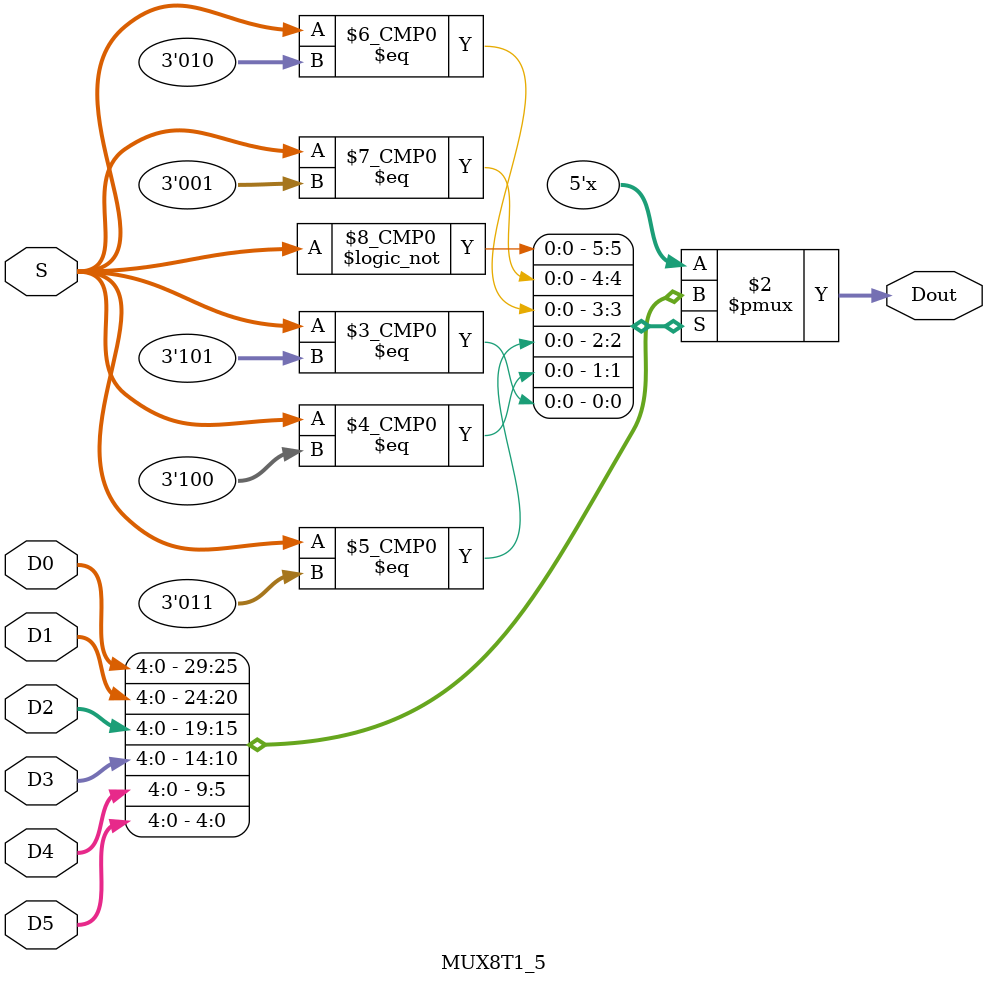
<source format=v>
`timescale 1ns / 1ps
module MUX8T1_5( 	input [2:0]S,
						input [4:0]D0,
						input [4:0]D1,
						input [4:0]D2,
						input [4:0]D3,
						input [4:0]D4,
						input [4:0]D5,
						output reg [4:0]Dout
    );

	always @ * begin
		case(S)
			3'd0: Dout <= D0;
			3'd1: Dout <= D1;
			3'd2: Dout <= D2;
			3'd3: Dout <= D3;
			3'd4: Dout <= D4;
			3'd5: Dout <= D5;
			default: ;
		endcase
	end
endmodule

</source>
